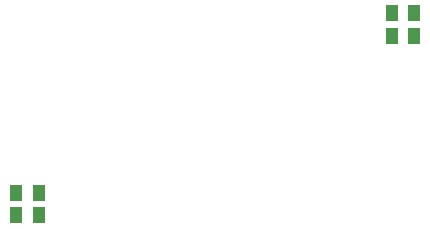
<source format=gbp>
G04*
G04 #@! TF.GenerationSoftware,Altium Limited,Altium Designer,25.3.3 (18)*
G04*
G04 Layer_Color=128*
%FSLAX25Y25*%
%MOIN*%
G70*
G04*
G04 #@! TF.SameCoordinates,FAE4C2FF-6651-435E-A804-DF7E7BB8AC14*
G04*
G04*
G04 #@! TF.FilePolarity,Positive*
G04*
G01*
G75*
%ADD21R,0.03937X0.05512*%
D21*
X128150Y151575D02*
D03*
X120669D02*
D03*
X128150Y159055D02*
D03*
X120669D02*
D03*
X245866Y211417D02*
D03*
X253346D02*
D03*
Y218898D02*
D03*
X245866D02*
D03*
M02*

</source>
